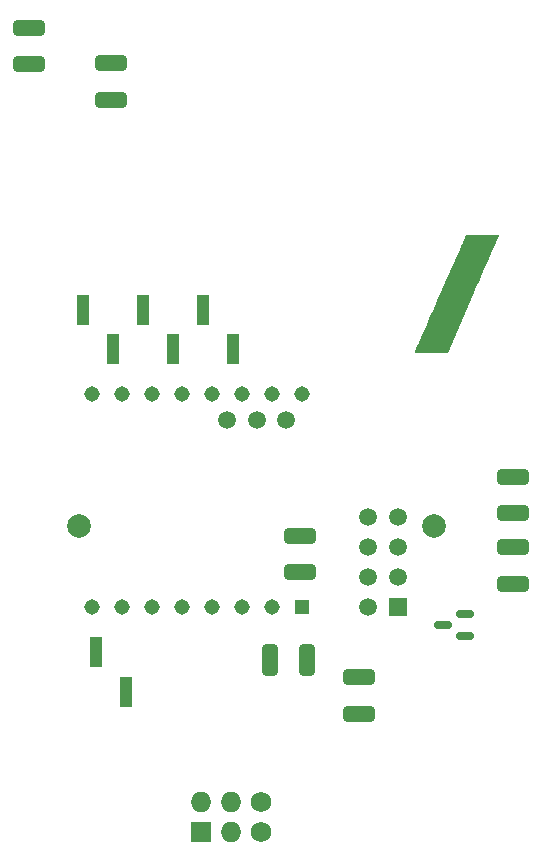
<source format=gbr>
%TF.GenerationSoftware,KiCad,Pcbnew,6.0.2+dfsg-1*%
%TF.CreationDate,2022-10-11T15:46:29-06:00*%
%TF.ProjectId,lvt_sao,6c76745f-7361-46f2-9e6b-696361645f70,rev?*%
%TF.SameCoordinates,Original*%
%TF.FileFunction,Soldermask,Bot*%
%TF.FilePolarity,Negative*%
%FSLAX46Y46*%
G04 Gerber Fmt 4.6, Leading zero omitted, Abs format (unit mm)*
G04 Created by KiCad (PCBNEW 6.0.2+dfsg-1) date 2022-10-11 15:46:29*
%MOMM*%
%LPD*%
G01*
G04 APERTURE LIST*
G04 Aperture macros list*
%AMRoundRect*
0 Rectangle with rounded corners*
0 $1 Rounding radius*
0 $2 $3 $4 $5 $6 $7 $8 $9 X,Y pos of 4 corners*
0 Add a 4 corners polygon primitive as box body*
4,1,4,$2,$3,$4,$5,$6,$7,$8,$9,$2,$3,0*
0 Add four circle primitives for the rounded corners*
1,1,$1+$1,$2,$3*
1,1,$1+$1,$4,$5*
1,1,$1+$1,$6,$7*
1,1,$1+$1,$8,$9*
0 Add four rect primitives between the rounded corners*
20,1,$1+$1,$2,$3,$4,$5,0*
20,1,$1+$1,$4,$5,$6,$7,0*
20,1,$1+$1,$6,$7,$8,$9,0*
20,1,$1+$1,$8,$9,$2,$3,0*%
G04 Aperture macros list end*
%ADD10R,1.000000X2.510000*%
%ADD11RoundRect,0.250000X-1.075000X0.400000X-1.075000X-0.400000X1.075000X-0.400000X1.075000X0.400000X0*%
%ADD12RoundRect,0.250000X0.400000X1.075000X-0.400000X1.075000X-0.400000X-1.075000X0.400000X-1.075000X0*%
%ADD13RoundRect,0.150000X0.587500X0.150000X-0.587500X0.150000X-0.587500X-0.150000X0.587500X-0.150000X0*%
%ADD14C,1.500000*%
%ADD15C,2.000000*%
%ADD16O,1.727200X1.727200*%
%ADD17R,1.727200X1.727200*%
%ADD18C,1.727200*%
%ADD19R,1.500000X1.500000*%
%ADD20RoundRect,0.250000X1.075000X-0.400000X1.075000X0.400000X-1.075000X0.400000X-1.075000X-0.400000X0*%
%ADD21R,1.308000X1.308000*%
%ADD22C,1.308000*%
G04 APERTURE END LIST*
%TO.C,G\u002A\u002A\u002A*%
G36*
X159267229Y-95023059D02*
G01*
X159508075Y-95026913D01*
X159689309Y-95032690D01*
X159802629Y-95040234D01*
X159839737Y-95049386D01*
X159839067Y-95051013D01*
X159815682Y-95105132D01*
X159760775Y-95231374D01*
X159676364Y-95425115D01*
X159564465Y-95681734D01*
X159427097Y-95996609D01*
X159266278Y-96365116D01*
X159084025Y-96782633D01*
X158882355Y-97244539D01*
X158663287Y-97746211D01*
X158428838Y-98283027D01*
X158181026Y-98850364D01*
X157921869Y-99443600D01*
X157653383Y-100058113D01*
X155481309Y-105029285D01*
X154071603Y-105029285D01*
X153830659Y-105028850D01*
X153514357Y-105026864D01*
X153233596Y-105023457D01*
X152998173Y-105018835D01*
X152817884Y-105013204D01*
X152702527Y-105006767D01*
X152661897Y-104999732D01*
X152663435Y-104993928D01*
X152689338Y-104927810D01*
X152743970Y-104797218D01*
X152823107Y-104611991D01*
X152922523Y-104381975D01*
X153037994Y-104117009D01*
X153165296Y-103826936D01*
X153210689Y-103723856D01*
X153322323Y-103470385D01*
X153462531Y-103152076D01*
X153627679Y-102777169D01*
X153814139Y-102353907D01*
X154018279Y-101890531D01*
X154236468Y-101395283D01*
X154465075Y-100876404D01*
X154700470Y-100342136D01*
X154939022Y-99800721D01*
X155177099Y-99260399D01*
X155357529Y-98850911D01*
X155581038Y-98343635D01*
X155795827Y-97856132D01*
X155999077Y-97394798D01*
X156187970Y-96966033D01*
X156359688Y-96576232D01*
X156511413Y-96231793D01*
X156640327Y-95939114D01*
X156743611Y-95704592D01*
X156818446Y-95534624D01*
X156862016Y-95435607D01*
X157038531Y-95034110D01*
X158446273Y-95022970D01*
X158639901Y-95021751D01*
X158975071Y-95021286D01*
X159267229Y-95023059D01*
G37*
%TD*%
D10*
%TO.C,LS1*%
X125730000Y-130345000D03*
X128270000Y-133655000D03*
%TD*%
%TO.C,J1*%
X124650000Y-101345000D03*
X127190000Y-104655000D03*
X129730000Y-101345000D03*
X132270000Y-104655000D03*
X134810000Y-101345000D03*
X137350000Y-104655000D03*
%TD*%
D11*
%TO.C,R7*%
X161000000Y-121450000D03*
X161000000Y-124550000D03*
%TD*%
%TO.C,R6*%
X161000000Y-115450000D03*
X161000000Y-118550000D03*
%TD*%
%TO.C,R5*%
X143000000Y-120450000D03*
X143000000Y-123550000D03*
%TD*%
D12*
%TO.C,R1*%
X143550000Y-131000000D03*
X140450000Y-131000000D03*
%TD*%
D13*
%TO.C,Q1*%
X156937500Y-127050000D03*
X156937500Y-128950000D03*
X155062500Y-128000000D03*
%TD*%
D14*
%TO.C,U2*%
X136801336Y-110668547D03*
X139301336Y-110668547D03*
X141801336Y-110668547D03*
D15*
X124301336Y-119668547D03*
X154301336Y-119668547D03*
%TD*%
D16*
%TO.C,X1*%
X134635493Y-143027824D03*
D17*
X134635493Y-145567824D03*
D16*
X137175493Y-143027824D03*
X137175493Y-145567824D03*
D18*
X139715493Y-143027824D03*
X139715493Y-145567824D03*
%TD*%
D19*
%TO.C,U3*%
X151247537Y-126472268D03*
D14*
X151247537Y-123932268D03*
X151247537Y-121392268D03*
X151247537Y-118852268D03*
X148707537Y-126472268D03*
X148707537Y-123932268D03*
X148707537Y-121392268D03*
X148707537Y-118852268D03*
%TD*%
D20*
%TO.C,R3*%
X148000000Y-135550000D03*
X148000000Y-132450000D03*
%TD*%
D11*
%TO.C,R2*%
X120000000Y-77450000D03*
X120000000Y-80550000D03*
%TD*%
D21*
%TO.C,U1*%
X143167160Y-126495594D03*
D22*
X140627160Y-126495594D03*
X138087160Y-126495594D03*
X135547160Y-126495594D03*
X133007160Y-126495594D03*
X130467160Y-126495594D03*
X127927160Y-126495594D03*
X125387160Y-126495594D03*
X125387160Y-108461594D03*
X127927160Y-108461594D03*
X130467160Y-108461594D03*
X133007160Y-108461594D03*
X135547160Y-108461594D03*
X138087160Y-108461594D03*
X140627160Y-108461594D03*
X143167160Y-108461594D03*
%TD*%
D11*
%TO.C,R4*%
X127000000Y-80450000D03*
X127000000Y-83550000D03*
%TD*%
M02*

</source>
